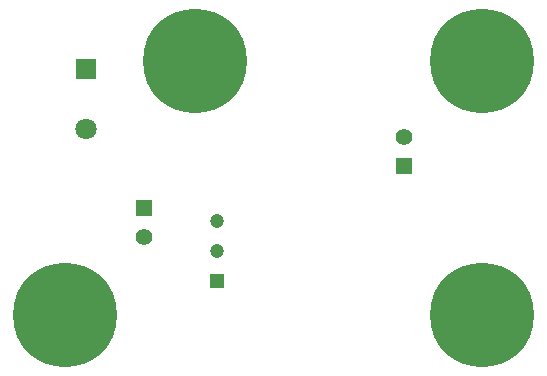
<source format=gbr>
G04*
G04 #@! TF.GenerationSoftware,Altium Limited,Altium Designer,25.8.1 (18)*
G04*
G04 Layer_Color=255*
%FSLAX25Y25*%
%MOIN*%
G70*
G04*
G04 #@! TF.SameCoordinates,A2030EB1-7BB1-480F-B386-6677E5CB5BAE*
G04*
G04*
G04 #@! TF.FilePolarity,Positive*
G04*
G01*
G75*
%ADD39C,0.04724*%
%ADD40R,0.04724X0.04724*%
%ADD45C,0.34646*%
%ADD46C,0.05512*%
%ADD47C,0.07087*%
%ADD48R,0.07087X0.07087*%
%ADD49R,0.05512X0.05512*%
D39*
X363283Y369137D02*
D03*
Y359137D02*
D03*
D40*
Y349137D02*
D03*
D45*
X356012Y422604D02*
D03*
X312573Y337869D02*
D03*
X451523Y337899D02*
D03*
X451522Y422597D02*
D03*
D46*
X425500Y397343D02*
D03*
X339003Y363760D02*
D03*
D47*
X319500Y400000D02*
D03*
D48*
Y420000D02*
D03*
D49*
X425500Y387500D02*
D03*
X339003Y373602D02*
D03*
M02*

</source>
